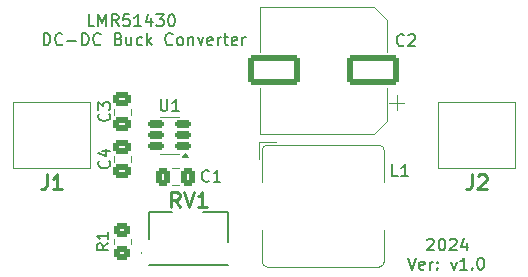
<source format=gto>
G04 #@! TF.GenerationSoftware,KiCad,Pcbnew,8.0.3*
G04 #@! TF.CreationDate,2024-07-15T18:44:28+02:00*
G04 #@! TF.ProjectId,DCDC,44434443-2e6b-4696-9361-645f70636258,rev?*
G04 #@! TF.SameCoordinates,Original*
G04 #@! TF.FileFunction,Legend,Top*
G04 #@! TF.FilePolarity,Positive*
%FSLAX46Y46*%
G04 Gerber Fmt 4.6, Leading zero omitted, Abs format (unit mm)*
G04 Created by KiCad (PCBNEW 8.0.3) date 2024-07-15 18:44:28*
%MOMM*%
%LPD*%
G01*
G04 APERTURE LIST*
G04 Aperture macros list*
%AMRoundRect*
0 Rectangle with rounded corners*
0 $1 Rounding radius*
0 $2 $3 $4 $5 $6 $7 $8 $9 X,Y pos of 4 corners*
0 Add a 4 corners polygon primitive as box body*
4,1,4,$2,$3,$4,$5,$6,$7,$8,$9,$2,$3,0*
0 Add four circle primitives for the rounded corners*
1,1,$1+$1,$2,$3*
1,1,$1+$1,$4,$5*
1,1,$1+$1,$6,$7*
1,1,$1+$1,$8,$9*
0 Add four rect primitives between the rounded corners*
20,1,$1+$1,$2,$3,$4,$5,0*
20,1,$1+$1,$4,$5,$6,$7,0*
20,1,$1+$1,$6,$7,$8,$9,0*
20,1,$1+$1,$8,$9,$2,$3,0*%
G04 Aperture macros list end*
%ADD10C,0.150000*%
%ADD11C,0.254000*%
%ADD12C,0.120000*%
%ADD13C,0.100000*%
%ADD14C,0.200000*%
%ADD15RoundRect,0.150000X0.512500X0.150000X-0.512500X0.150000X-0.512500X-0.150000X0.512500X-0.150000X0*%
%ADD16C,1.400000*%
%ADD17RoundRect,0.250000X0.450000X-0.350000X0.450000X0.350000X-0.450000X0.350000X-0.450000X-0.350000X0*%
%ADD18R,3.550000X3.500000*%
%ADD19R,1.800000X1.800000*%
%ADD20C,1.800000*%
%ADD21RoundRect,0.250000X-0.475000X0.337500X-0.475000X-0.337500X0.475000X-0.337500X0.475000X0.337500X0*%
%ADD22RoundRect,0.250000X0.475000X-0.337500X0.475000X0.337500X-0.475000X0.337500X-0.475000X-0.337500X0*%
%ADD23RoundRect,0.250000X1.950000X1.000000X-1.950000X1.000000X-1.950000X-1.000000X1.950000X-1.000000X0*%
%ADD24RoundRect,0.250000X-0.337500X-0.475000X0.337500X-0.475000X0.337500X0.475000X-0.337500X0.475000X0*%
G04 APERTURE END LIST*
D10*
X121442970Y-125260113D02*
X121490589Y-125212494D01*
X121490589Y-125212494D02*
X121585827Y-125164875D01*
X121585827Y-125164875D02*
X121823922Y-125164875D01*
X121823922Y-125164875D02*
X121919160Y-125212494D01*
X121919160Y-125212494D02*
X121966779Y-125260113D01*
X121966779Y-125260113D02*
X122014398Y-125355351D01*
X122014398Y-125355351D02*
X122014398Y-125450589D01*
X122014398Y-125450589D02*
X121966779Y-125593446D01*
X121966779Y-125593446D02*
X121395351Y-126164875D01*
X121395351Y-126164875D02*
X122014398Y-126164875D01*
X122633446Y-125164875D02*
X122728684Y-125164875D01*
X122728684Y-125164875D02*
X122823922Y-125212494D01*
X122823922Y-125212494D02*
X122871541Y-125260113D01*
X122871541Y-125260113D02*
X122919160Y-125355351D01*
X122919160Y-125355351D02*
X122966779Y-125545827D01*
X122966779Y-125545827D02*
X122966779Y-125783922D01*
X122966779Y-125783922D02*
X122919160Y-125974398D01*
X122919160Y-125974398D02*
X122871541Y-126069636D01*
X122871541Y-126069636D02*
X122823922Y-126117256D01*
X122823922Y-126117256D02*
X122728684Y-126164875D01*
X122728684Y-126164875D02*
X122633446Y-126164875D01*
X122633446Y-126164875D02*
X122538208Y-126117256D01*
X122538208Y-126117256D02*
X122490589Y-126069636D01*
X122490589Y-126069636D02*
X122442970Y-125974398D01*
X122442970Y-125974398D02*
X122395351Y-125783922D01*
X122395351Y-125783922D02*
X122395351Y-125545827D01*
X122395351Y-125545827D02*
X122442970Y-125355351D01*
X122442970Y-125355351D02*
X122490589Y-125260113D01*
X122490589Y-125260113D02*
X122538208Y-125212494D01*
X122538208Y-125212494D02*
X122633446Y-125164875D01*
X123347732Y-125260113D02*
X123395351Y-125212494D01*
X123395351Y-125212494D02*
X123490589Y-125164875D01*
X123490589Y-125164875D02*
X123728684Y-125164875D01*
X123728684Y-125164875D02*
X123823922Y-125212494D01*
X123823922Y-125212494D02*
X123871541Y-125260113D01*
X123871541Y-125260113D02*
X123919160Y-125355351D01*
X123919160Y-125355351D02*
X123919160Y-125450589D01*
X123919160Y-125450589D02*
X123871541Y-125593446D01*
X123871541Y-125593446D02*
X123300113Y-126164875D01*
X123300113Y-126164875D02*
X123919160Y-126164875D01*
X124776303Y-125498208D02*
X124776303Y-126164875D01*
X124538208Y-125117256D02*
X124300113Y-125831541D01*
X124300113Y-125831541D02*
X124919160Y-125831541D01*
X119823922Y-126774819D02*
X120157255Y-127774819D01*
X120157255Y-127774819D02*
X120490588Y-126774819D01*
X121204874Y-127727200D02*
X121109636Y-127774819D01*
X121109636Y-127774819D02*
X120919160Y-127774819D01*
X120919160Y-127774819D02*
X120823922Y-127727200D01*
X120823922Y-127727200D02*
X120776303Y-127631961D01*
X120776303Y-127631961D02*
X120776303Y-127251009D01*
X120776303Y-127251009D02*
X120823922Y-127155771D01*
X120823922Y-127155771D02*
X120919160Y-127108152D01*
X120919160Y-127108152D02*
X121109636Y-127108152D01*
X121109636Y-127108152D02*
X121204874Y-127155771D01*
X121204874Y-127155771D02*
X121252493Y-127251009D01*
X121252493Y-127251009D02*
X121252493Y-127346247D01*
X121252493Y-127346247D02*
X120776303Y-127441485D01*
X121681065Y-127774819D02*
X121681065Y-127108152D01*
X121681065Y-127298628D02*
X121728684Y-127203390D01*
X121728684Y-127203390D02*
X121776303Y-127155771D01*
X121776303Y-127155771D02*
X121871541Y-127108152D01*
X121871541Y-127108152D02*
X121966779Y-127108152D01*
X122300113Y-127679580D02*
X122347732Y-127727200D01*
X122347732Y-127727200D02*
X122300113Y-127774819D01*
X122300113Y-127774819D02*
X122252494Y-127727200D01*
X122252494Y-127727200D02*
X122300113Y-127679580D01*
X122300113Y-127679580D02*
X122300113Y-127774819D01*
X122300113Y-127155771D02*
X122347732Y-127203390D01*
X122347732Y-127203390D02*
X122300113Y-127251009D01*
X122300113Y-127251009D02*
X122252494Y-127203390D01*
X122252494Y-127203390D02*
X122300113Y-127155771D01*
X122300113Y-127155771D02*
X122300113Y-127251009D01*
X123442970Y-127108152D02*
X123681065Y-127774819D01*
X123681065Y-127774819D02*
X123919160Y-127108152D01*
X124823922Y-127774819D02*
X124252494Y-127774819D01*
X124538208Y-127774819D02*
X124538208Y-126774819D01*
X124538208Y-126774819D02*
X124442970Y-126917676D01*
X124442970Y-126917676D02*
X124347732Y-127012914D01*
X124347732Y-127012914D02*
X124252494Y-127060533D01*
X125252494Y-127679580D02*
X125300113Y-127727200D01*
X125300113Y-127727200D02*
X125252494Y-127774819D01*
X125252494Y-127774819D02*
X125204875Y-127727200D01*
X125204875Y-127727200D02*
X125252494Y-127679580D01*
X125252494Y-127679580D02*
X125252494Y-127774819D01*
X125919160Y-126774819D02*
X126014398Y-126774819D01*
X126014398Y-126774819D02*
X126109636Y-126822438D01*
X126109636Y-126822438D02*
X126157255Y-126870057D01*
X126157255Y-126870057D02*
X126204874Y-126965295D01*
X126204874Y-126965295D02*
X126252493Y-127155771D01*
X126252493Y-127155771D02*
X126252493Y-127393866D01*
X126252493Y-127393866D02*
X126204874Y-127584342D01*
X126204874Y-127584342D02*
X126157255Y-127679580D01*
X126157255Y-127679580D02*
X126109636Y-127727200D01*
X126109636Y-127727200D02*
X126014398Y-127774819D01*
X126014398Y-127774819D02*
X125919160Y-127774819D01*
X125919160Y-127774819D02*
X125823922Y-127727200D01*
X125823922Y-127727200D02*
X125776303Y-127679580D01*
X125776303Y-127679580D02*
X125728684Y-127584342D01*
X125728684Y-127584342D02*
X125681065Y-127393866D01*
X125681065Y-127393866D02*
X125681065Y-127155771D01*
X125681065Y-127155771D02*
X125728684Y-126965295D01*
X125728684Y-126965295D02*
X125776303Y-126870057D01*
X125776303Y-126870057D02*
X125823922Y-126822438D01*
X125823922Y-126822438D02*
X125919160Y-126774819D01*
X93252494Y-107164875D02*
X92776304Y-107164875D01*
X92776304Y-107164875D02*
X92776304Y-106164875D01*
X93585828Y-107164875D02*
X93585828Y-106164875D01*
X93585828Y-106164875D02*
X93919161Y-106879160D01*
X93919161Y-106879160D02*
X94252494Y-106164875D01*
X94252494Y-106164875D02*
X94252494Y-107164875D01*
X95300113Y-107164875D02*
X94966780Y-106688684D01*
X94728685Y-107164875D02*
X94728685Y-106164875D01*
X94728685Y-106164875D02*
X95109637Y-106164875D01*
X95109637Y-106164875D02*
X95204875Y-106212494D01*
X95204875Y-106212494D02*
X95252494Y-106260113D01*
X95252494Y-106260113D02*
X95300113Y-106355351D01*
X95300113Y-106355351D02*
X95300113Y-106498208D01*
X95300113Y-106498208D02*
X95252494Y-106593446D01*
X95252494Y-106593446D02*
X95204875Y-106641065D01*
X95204875Y-106641065D02*
X95109637Y-106688684D01*
X95109637Y-106688684D02*
X94728685Y-106688684D01*
X96204875Y-106164875D02*
X95728685Y-106164875D01*
X95728685Y-106164875D02*
X95681066Y-106641065D01*
X95681066Y-106641065D02*
X95728685Y-106593446D01*
X95728685Y-106593446D02*
X95823923Y-106545827D01*
X95823923Y-106545827D02*
X96062018Y-106545827D01*
X96062018Y-106545827D02*
X96157256Y-106593446D01*
X96157256Y-106593446D02*
X96204875Y-106641065D01*
X96204875Y-106641065D02*
X96252494Y-106736303D01*
X96252494Y-106736303D02*
X96252494Y-106974398D01*
X96252494Y-106974398D02*
X96204875Y-107069636D01*
X96204875Y-107069636D02*
X96157256Y-107117256D01*
X96157256Y-107117256D02*
X96062018Y-107164875D01*
X96062018Y-107164875D02*
X95823923Y-107164875D01*
X95823923Y-107164875D02*
X95728685Y-107117256D01*
X95728685Y-107117256D02*
X95681066Y-107069636D01*
X97204875Y-107164875D02*
X96633447Y-107164875D01*
X96919161Y-107164875D02*
X96919161Y-106164875D01*
X96919161Y-106164875D02*
X96823923Y-106307732D01*
X96823923Y-106307732D02*
X96728685Y-106402970D01*
X96728685Y-106402970D02*
X96633447Y-106450589D01*
X98062018Y-106498208D02*
X98062018Y-107164875D01*
X97823923Y-106117256D02*
X97585828Y-106831541D01*
X97585828Y-106831541D02*
X98204875Y-106831541D01*
X98490590Y-106164875D02*
X99109637Y-106164875D01*
X99109637Y-106164875D02*
X98776304Y-106545827D01*
X98776304Y-106545827D02*
X98919161Y-106545827D01*
X98919161Y-106545827D02*
X99014399Y-106593446D01*
X99014399Y-106593446D02*
X99062018Y-106641065D01*
X99062018Y-106641065D02*
X99109637Y-106736303D01*
X99109637Y-106736303D02*
X99109637Y-106974398D01*
X99109637Y-106974398D02*
X99062018Y-107069636D01*
X99062018Y-107069636D02*
X99014399Y-107117256D01*
X99014399Y-107117256D02*
X98919161Y-107164875D01*
X98919161Y-107164875D02*
X98633447Y-107164875D01*
X98633447Y-107164875D02*
X98538209Y-107117256D01*
X98538209Y-107117256D02*
X98490590Y-107069636D01*
X99728685Y-106164875D02*
X99823923Y-106164875D01*
X99823923Y-106164875D02*
X99919161Y-106212494D01*
X99919161Y-106212494D02*
X99966780Y-106260113D01*
X99966780Y-106260113D02*
X100014399Y-106355351D01*
X100014399Y-106355351D02*
X100062018Y-106545827D01*
X100062018Y-106545827D02*
X100062018Y-106783922D01*
X100062018Y-106783922D02*
X100014399Y-106974398D01*
X100014399Y-106974398D02*
X99966780Y-107069636D01*
X99966780Y-107069636D02*
X99919161Y-107117256D01*
X99919161Y-107117256D02*
X99823923Y-107164875D01*
X99823923Y-107164875D02*
X99728685Y-107164875D01*
X99728685Y-107164875D02*
X99633447Y-107117256D01*
X99633447Y-107117256D02*
X99585828Y-107069636D01*
X99585828Y-107069636D02*
X99538209Y-106974398D01*
X99538209Y-106974398D02*
X99490590Y-106783922D01*
X99490590Y-106783922D02*
X99490590Y-106545827D01*
X99490590Y-106545827D02*
X99538209Y-106355351D01*
X99538209Y-106355351D02*
X99585828Y-106260113D01*
X99585828Y-106260113D02*
X99633447Y-106212494D01*
X99633447Y-106212494D02*
X99728685Y-106164875D01*
X88966779Y-108774819D02*
X88966779Y-107774819D01*
X88966779Y-107774819D02*
X89204874Y-107774819D01*
X89204874Y-107774819D02*
X89347731Y-107822438D01*
X89347731Y-107822438D02*
X89442969Y-107917676D01*
X89442969Y-107917676D02*
X89490588Y-108012914D01*
X89490588Y-108012914D02*
X89538207Y-108203390D01*
X89538207Y-108203390D02*
X89538207Y-108346247D01*
X89538207Y-108346247D02*
X89490588Y-108536723D01*
X89490588Y-108536723D02*
X89442969Y-108631961D01*
X89442969Y-108631961D02*
X89347731Y-108727200D01*
X89347731Y-108727200D02*
X89204874Y-108774819D01*
X89204874Y-108774819D02*
X88966779Y-108774819D01*
X90538207Y-108679580D02*
X90490588Y-108727200D01*
X90490588Y-108727200D02*
X90347731Y-108774819D01*
X90347731Y-108774819D02*
X90252493Y-108774819D01*
X90252493Y-108774819D02*
X90109636Y-108727200D01*
X90109636Y-108727200D02*
X90014398Y-108631961D01*
X90014398Y-108631961D02*
X89966779Y-108536723D01*
X89966779Y-108536723D02*
X89919160Y-108346247D01*
X89919160Y-108346247D02*
X89919160Y-108203390D01*
X89919160Y-108203390D02*
X89966779Y-108012914D01*
X89966779Y-108012914D02*
X90014398Y-107917676D01*
X90014398Y-107917676D02*
X90109636Y-107822438D01*
X90109636Y-107822438D02*
X90252493Y-107774819D01*
X90252493Y-107774819D02*
X90347731Y-107774819D01*
X90347731Y-107774819D02*
X90490588Y-107822438D01*
X90490588Y-107822438D02*
X90538207Y-107870057D01*
X90966779Y-108393866D02*
X91728684Y-108393866D01*
X92204874Y-108774819D02*
X92204874Y-107774819D01*
X92204874Y-107774819D02*
X92442969Y-107774819D01*
X92442969Y-107774819D02*
X92585826Y-107822438D01*
X92585826Y-107822438D02*
X92681064Y-107917676D01*
X92681064Y-107917676D02*
X92728683Y-108012914D01*
X92728683Y-108012914D02*
X92776302Y-108203390D01*
X92776302Y-108203390D02*
X92776302Y-108346247D01*
X92776302Y-108346247D02*
X92728683Y-108536723D01*
X92728683Y-108536723D02*
X92681064Y-108631961D01*
X92681064Y-108631961D02*
X92585826Y-108727200D01*
X92585826Y-108727200D02*
X92442969Y-108774819D01*
X92442969Y-108774819D02*
X92204874Y-108774819D01*
X93776302Y-108679580D02*
X93728683Y-108727200D01*
X93728683Y-108727200D02*
X93585826Y-108774819D01*
X93585826Y-108774819D02*
X93490588Y-108774819D01*
X93490588Y-108774819D02*
X93347731Y-108727200D01*
X93347731Y-108727200D02*
X93252493Y-108631961D01*
X93252493Y-108631961D02*
X93204874Y-108536723D01*
X93204874Y-108536723D02*
X93157255Y-108346247D01*
X93157255Y-108346247D02*
X93157255Y-108203390D01*
X93157255Y-108203390D02*
X93204874Y-108012914D01*
X93204874Y-108012914D02*
X93252493Y-107917676D01*
X93252493Y-107917676D02*
X93347731Y-107822438D01*
X93347731Y-107822438D02*
X93490588Y-107774819D01*
X93490588Y-107774819D02*
X93585826Y-107774819D01*
X93585826Y-107774819D02*
X93728683Y-107822438D01*
X93728683Y-107822438D02*
X93776302Y-107870057D01*
X95300112Y-108251009D02*
X95442969Y-108298628D01*
X95442969Y-108298628D02*
X95490588Y-108346247D01*
X95490588Y-108346247D02*
X95538207Y-108441485D01*
X95538207Y-108441485D02*
X95538207Y-108584342D01*
X95538207Y-108584342D02*
X95490588Y-108679580D01*
X95490588Y-108679580D02*
X95442969Y-108727200D01*
X95442969Y-108727200D02*
X95347731Y-108774819D01*
X95347731Y-108774819D02*
X94966779Y-108774819D01*
X94966779Y-108774819D02*
X94966779Y-107774819D01*
X94966779Y-107774819D02*
X95300112Y-107774819D01*
X95300112Y-107774819D02*
X95395350Y-107822438D01*
X95395350Y-107822438D02*
X95442969Y-107870057D01*
X95442969Y-107870057D02*
X95490588Y-107965295D01*
X95490588Y-107965295D02*
X95490588Y-108060533D01*
X95490588Y-108060533D02*
X95442969Y-108155771D01*
X95442969Y-108155771D02*
X95395350Y-108203390D01*
X95395350Y-108203390D02*
X95300112Y-108251009D01*
X95300112Y-108251009D02*
X94966779Y-108251009D01*
X96395350Y-108108152D02*
X96395350Y-108774819D01*
X95966779Y-108108152D02*
X95966779Y-108631961D01*
X95966779Y-108631961D02*
X96014398Y-108727200D01*
X96014398Y-108727200D02*
X96109636Y-108774819D01*
X96109636Y-108774819D02*
X96252493Y-108774819D01*
X96252493Y-108774819D02*
X96347731Y-108727200D01*
X96347731Y-108727200D02*
X96395350Y-108679580D01*
X97300112Y-108727200D02*
X97204874Y-108774819D01*
X97204874Y-108774819D02*
X97014398Y-108774819D01*
X97014398Y-108774819D02*
X96919160Y-108727200D01*
X96919160Y-108727200D02*
X96871541Y-108679580D01*
X96871541Y-108679580D02*
X96823922Y-108584342D01*
X96823922Y-108584342D02*
X96823922Y-108298628D01*
X96823922Y-108298628D02*
X96871541Y-108203390D01*
X96871541Y-108203390D02*
X96919160Y-108155771D01*
X96919160Y-108155771D02*
X97014398Y-108108152D01*
X97014398Y-108108152D02*
X97204874Y-108108152D01*
X97204874Y-108108152D02*
X97300112Y-108155771D01*
X97728684Y-108774819D02*
X97728684Y-107774819D01*
X97823922Y-108393866D02*
X98109636Y-108774819D01*
X98109636Y-108108152D02*
X97728684Y-108489104D01*
X99871541Y-108679580D02*
X99823922Y-108727200D01*
X99823922Y-108727200D02*
X99681065Y-108774819D01*
X99681065Y-108774819D02*
X99585827Y-108774819D01*
X99585827Y-108774819D02*
X99442970Y-108727200D01*
X99442970Y-108727200D02*
X99347732Y-108631961D01*
X99347732Y-108631961D02*
X99300113Y-108536723D01*
X99300113Y-108536723D02*
X99252494Y-108346247D01*
X99252494Y-108346247D02*
X99252494Y-108203390D01*
X99252494Y-108203390D02*
X99300113Y-108012914D01*
X99300113Y-108012914D02*
X99347732Y-107917676D01*
X99347732Y-107917676D02*
X99442970Y-107822438D01*
X99442970Y-107822438D02*
X99585827Y-107774819D01*
X99585827Y-107774819D02*
X99681065Y-107774819D01*
X99681065Y-107774819D02*
X99823922Y-107822438D01*
X99823922Y-107822438D02*
X99871541Y-107870057D01*
X100442970Y-108774819D02*
X100347732Y-108727200D01*
X100347732Y-108727200D02*
X100300113Y-108679580D01*
X100300113Y-108679580D02*
X100252494Y-108584342D01*
X100252494Y-108584342D02*
X100252494Y-108298628D01*
X100252494Y-108298628D02*
X100300113Y-108203390D01*
X100300113Y-108203390D02*
X100347732Y-108155771D01*
X100347732Y-108155771D02*
X100442970Y-108108152D01*
X100442970Y-108108152D02*
X100585827Y-108108152D01*
X100585827Y-108108152D02*
X100681065Y-108155771D01*
X100681065Y-108155771D02*
X100728684Y-108203390D01*
X100728684Y-108203390D02*
X100776303Y-108298628D01*
X100776303Y-108298628D02*
X100776303Y-108584342D01*
X100776303Y-108584342D02*
X100728684Y-108679580D01*
X100728684Y-108679580D02*
X100681065Y-108727200D01*
X100681065Y-108727200D02*
X100585827Y-108774819D01*
X100585827Y-108774819D02*
X100442970Y-108774819D01*
X101204875Y-108108152D02*
X101204875Y-108774819D01*
X101204875Y-108203390D02*
X101252494Y-108155771D01*
X101252494Y-108155771D02*
X101347732Y-108108152D01*
X101347732Y-108108152D02*
X101490589Y-108108152D01*
X101490589Y-108108152D02*
X101585827Y-108155771D01*
X101585827Y-108155771D02*
X101633446Y-108251009D01*
X101633446Y-108251009D02*
X101633446Y-108774819D01*
X102014399Y-108108152D02*
X102252494Y-108774819D01*
X102252494Y-108774819D02*
X102490589Y-108108152D01*
X103252494Y-108727200D02*
X103157256Y-108774819D01*
X103157256Y-108774819D02*
X102966780Y-108774819D01*
X102966780Y-108774819D02*
X102871542Y-108727200D01*
X102871542Y-108727200D02*
X102823923Y-108631961D01*
X102823923Y-108631961D02*
X102823923Y-108251009D01*
X102823923Y-108251009D02*
X102871542Y-108155771D01*
X102871542Y-108155771D02*
X102966780Y-108108152D01*
X102966780Y-108108152D02*
X103157256Y-108108152D01*
X103157256Y-108108152D02*
X103252494Y-108155771D01*
X103252494Y-108155771D02*
X103300113Y-108251009D01*
X103300113Y-108251009D02*
X103300113Y-108346247D01*
X103300113Y-108346247D02*
X102823923Y-108441485D01*
X103728685Y-108774819D02*
X103728685Y-108108152D01*
X103728685Y-108298628D02*
X103776304Y-108203390D01*
X103776304Y-108203390D02*
X103823923Y-108155771D01*
X103823923Y-108155771D02*
X103919161Y-108108152D01*
X103919161Y-108108152D02*
X104014399Y-108108152D01*
X104204876Y-108108152D02*
X104585828Y-108108152D01*
X104347733Y-107774819D02*
X104347733Y-108631961D01*
X104347733Y-108631961D02*
X104395352Y-108727200D01*
X104395352Y-108727200D02*
X104490590Y-108774819D01*
X104490590Y-108774819D02*
X104585828Y-108774819D01*
X105300114Y-108727200D02*
X105204876Y-108774819D01*
X105204876Y-108774819D02*
X105014400Y-108774819D01*
X105014400Y-108774819D02*
X104919162Y-108727200D01*
X104919162Y-108727200D02*
X104871543Y-108631961D01*
X104871543Y-108631961D02*
X104871543Y-108251009D01*
X104871543Y-108251009D02*
X104919162Y-108155771D01*
X104919162Y-108155771D02*
X105014400Y-108108152D01*
X105014400Y-108108152D02*
X105204876Y-108108152D01*
X105204876Y-108108152D02*
X105300114Y-108155771D01*
X105300114Y-108155771D02*
X105347733Y-108251009D01*
X105347733Y-108251009D02*
X105347733Y-108346247D01*
X105347733Y-108346247D02*
X104871543Y-108441485D01*
X105776305Y-108774819D02*
X105776305Y-108108152D01*
X105776305Y-108298628D02*
X105823924Y-108203390D01*
X105823924Y-108203390D02*
X105871543Y-108155771D01*
X105871543Y-108155771D02*
X105966781Y-108108152D01*
X105966781Y-108108152D02*
X106062019Y-108108152D01*
X98868095Y-113359819D02*
X98868095Y-114169342D01*
X98868095Y-114169342D02*
X98915714Y-114264580D01*
X98915714Y-114264580D02*
X98963333Y-114312200D01*
X98963333Y-114312200D02*
X99058571Y-114359819D01*
X99058571Y-114359819D02*
X99249047Y-114359819D01*
X99249047Y-114359819D02*
X99344285Y-114312200D01*
X99344285Y-114312200D02*
X99391904Y-114264580D01*
X99391904Y-114264580D02*
X99439523Y-114169342D01*
X99439523Y-114169342D02*
X99439523Y-113359819D01*
X100439523Y-114359819D02*
X99868095Y-114359819D01*
X100153809Y-114359819D02*
X100153809Y-113359819D01*
X100153809Y-113359819D02*
X100058571Y-113502676D01*
X100058571Y-113502676D02*
X99963333Y-113597914D01*
X99963333Y-113597914D02*
X99868095Y-113645533D01*
D11*
X100469048Y-122479318D02*
X100045714Y-121874556D01*
X99743333Y-122479318D02*
X99743333Y-121209318D01*
X99743333Y-121209318D02*
X100227143Y-121209318D01*
X100227143Y-121209318D02*
X100348095Y-121269794D01*
X100348095Y-121269794D02*
X100408572Y-121330270D01*
X100408572Y-121330270D02*
X100469048Y-121451222D01*
X100469048Y-121451222D02*
X100469048Y-121632651D01*
X100469048Y-121632651D02*
X100408572Y-121753603D01*
X100408572Y-121753603D02*
X100348095Y-121814080D01*
X100348095Y-121814080D02*
X100227143Y-121874556D01*
X100227143Y-121874556D02*
X99743333Y-121874556D01*
X100831905Y-121209318D02*
X101255238Y-122479318D01*
X101255238Y-122479318D02*
X101678572Y-121209318D01*
X102767143Y-122479318D02*
X102041428Y-122479318D01*
X102404285Y-122479318D02*
X102404285Y-121209318D01*
X102404285Y-121209318D02*
X102283333Y-121390746D01*
X102283333Y-121390746D02*
X102162381Y-121511699D01*
X102162381Y-121511699D02*
X102041428Y-121572175D01*
D10*
X94434819Y-125571666D02*
X93958628Y-125904999D01*
X94434819Y-126143094D02*
X93434819Y-126143094D01*
X93434819Y-126143094D02*
X93434819Y-125762142D01*
X93434819Y-125762142D02*
X93482438Y-125666904D01*
X93482438Y-125666904D02*
X93530057Y-125619285D01*
X93530057Y-125619285D02*
X93625295Y-125571666D01*
X93625295Y-125571666D02*
X93768152Y-125571666D01*
X93768152Y-125571666D02*
X93863390Y-125619285D01*
X93863390Y-125619285D02*
X93911009Y-125666904D01*
X93911009Y-125666904D02*
X93958628Y-125762142D01*
X93958628Y-125762142D02*
X93958628Y-126143094D01*
X94434819Y-124619285D02*
X94434819Y-125190713D01*
X94434819Y-124904999D02*
X93434819Y-124904999D01*
X93434819Y-124904999D02*
X93577676Y-125000237D01*
X93577676Y-125000237D02*
X93672914Y-125095475D01*
X93672914Y-125095475D02*
X93720533Y-125190713D01*
X118963333Y-119859819D02*
X118487143Y-119859819D01*
X118487143Y-119859819D02*
X118487143Y-118859819D01*
X119820476Y-119859819D02*
X119249048Y-119859819D01*
X119534762Y-119859819D02*
X119534762Y-118859819D01*
X119534762Y-118859819D02*
X119439524Y-119002676D01*
X119439524Y-119002676D02*
X119344286Y-119097914D01*
X119344286Y-119097914D02*
X119249048Y-119145533D01*
D11*
X125206667Y-119709318D02*
X125206667Y-120616461D01*
X125206667Y-120616461D02*
X125146190Y-120797889D01*
X125146190Y-120797889D02*
X125025238Y-120918842D01*
X125025238Y-120918842D02*
X124843809Y-120979318D01*
X124843809Y-120979318D02*
X124722857Y-120979318D01*
X125750952Y-119830270D02*
X125811428Y-119769794D01*
X125811428Y-119769794D02*
X125932381Y-119709318D01*
X125932381Y-119709318D02*
X126234762Y-119709318D01*
X126234762Y-119709318D02*
X126355714Y-119769794D01*
X126355714Y-119769794D02*
X126416190Y-119830270D01*
X126416190Y-119830270D02*
X126476667Y-119951222D01*
X126476667Y-119951222D02*
X126476667Y-120072175D01*
X126476667Y-120072175D02*
X126416190Y-120253603D01*
X126416190Y-120253603D02*
X125690476Y-120979318D01*
X125690476Y-120979318D02*
X126476667Y-120979318D01*
X89206667Y-119709318D02*
X89206667Y-120616461D01*
X89206667Y-120616461D02*
X89146190Y-120797889D01*
X89146190Y-120797889D02*
X89025238Y-120918842D01*
X89025238Y-120918842D02*
X88843809Y-120979318D01*
X88843809Y-120979318D02*
X88722857Y-120979318D01*
X90476667Y-120979318D02*
X89750952Y-120979318D01*
X90113809Y-120979318D02*
X90113809Y-119709318D01*
X90113809Y-119709318D02*
X89992857Y-119890746D01*
X89992857Y-119890746D02*
X89871905Y-120011699D01*
X89871905Y-120011699D02*
X89750952Y-120072175D01*
D10*
X94489580Y-118571666D02*
X94537200Y-118619285D01*
X94537200Y-118619285D02*
X94584819Y-118762142D01*
X94584819Y-118762142D02*
X94584819Y-118857380D01*
X94584819Y-118857380D02*
X94537200Y-119000237D01*
X94537200Y-119000237D02*
X94441961Y-119095475D01*
X94441961Y-119095475D02*
X94346723Y-119143094D01*
X94346723Y-119143094D02*
X94156247Y-119190713D01*
X94156247Y-119190713D02*
X94013390Y-119190713D01*
X94013390Y-119190713D02*
X93822914Y-119143094D01*
X93822914Y-119143094D02*
X93727676Y-119095475D01*
X93727676Y-119095475D02*
X93632438Y-119000237D01*
X93632438Y-119000237D02*
X93584819Y-118857380D01*
X93584819Y-118857380D02*
X93584819Y-118762142D01*
X93584819Y-118762142D02*
X93632438Y-118619285D01*
X93632438Y-118619285D02*
X93680057Y-118571666D01*
X93918152Y-117714523D02*
X94584819Y-117714523D01*
X93537200Y-117952618D02*
X94251485Y-118190713D01*
X94251485Y-118190713D02*
X94251485Y-117571666D01*
X94489580Y-114571666D02*
X94537200Y-114619285D01*
X94537200Y-114619285D02*
X94584819Y-114762142D01*
X94584819Y-114762142D02*
X94584819Y-114857380D01*
X94584819Y-114857380D02*
X94537200Y-115000237D01*
X94537200Y-115000237D02*
X94441961Y-115095475D01*
X94441961Y-115095475D02*
X94346723Y-115143094D01*
X94346723Y-115143094D02*
X94156247Y-115190713D01*
X94156247Y-115190713D02*
X94013390Y-115190713D01*
X94013390Y-115190713D02*
X93822914Y-115143094D01*
X93822914Y-115143094D02*
X93727676Y-115095475D01*
X93727676Y-115095475D02*
X93632438Y-115000237D01*
X93632438Y-115000237D02*
X93584819Y-114857380D01*
X93584819Y-114857380D02*
X93584819Y-114762142D01*
X93584819Y-114762142D02*
X93632438Y-114619285D01*
X93632438Y-114619285D02*
X93680057Y-114571666D01*
X93584819Y-114238332D02*
X93584819Y-113619285D01*
X93584819Y-113619285D02*
X93965771Y-113952618D01*
X93965771Y-113952618D02*
X93965771Y-113809761D01*
X93965771Y-113809761D02*
X94013390Y-113714523D01*
X94013390Y-113714523D02*
X94061009Y-113666904D01*
X94061009Y-113666904D02*
X94156247Y-113619285D01*
X94156247Y-113619285D02*
X94394342Y-113619285D01*
X94394342Y-113619285D02*
X94489580Y-113666904D01*
X94489580Y-113666904D02*
X94537200Y-113714523D01*
X94537200Y-113714523D02*
X94584819Y-113809761D01*
X94584819Y-113809761D02*
X94584819Y-114095475D01*
X94584819Y-114095475D02*
X94537200Y-114190713D01*
X94537200Y-114190713D02*
X94489580Y-114238332D01*
X119463333Y-108764580D02*
X119415714Y-108812200D01*
X119415714Y-108812200D02*
X119272857Y-108859819D01*
X119272857Y-108859819D02*
X119177619Y-108859819D01*
X119177619Y-108859819D02*
X119034762Y-108812200D01*
X119034762Y-108812200D02*
X118939524Y-108716961D01*
X118939524Y-108716961D02*
X118891905Y-108621723D01*
X118891905Y-108621723D02*
X118844286Y-108431247D01*
X118844286Y-108431247D02*
X118844286Y-108288390D01*
X118844286Y-108288390D02*
X118891905Y-108097914D01*
X118891905Y-108097914D02*
X118939524Y-108002676D01*
X118939524Y-108002676D02*
X119034762Y-107907438D01*
X119034762Y-107907438D02*
X119177619Y-107859819D01*
X119177619Y-107859819D02*
X119272857Y-107859819D01*
X119272857Y-107859819D02*
X119415714Y-107907438D01*
X119415714Y-107907438D02*
X119463333Y-107955057D01*
X119844286Y-107955057D02*
X119891905Y-107907438D01*
X119891905Y-107907438D02*
X119987143Y-107859819D01*
X119987143Y-107859819D02*
X120225238Y-107859819D01*
X120225238Y-107859819D02*
X120320476Y-107907438D01*
X120320476Y-107907438D02*
X120368095Y-107955057D01*
X120368095Y-107955057D02*
X120415714Y-108050295D01*
X120415714Y-108050295D02*
X120415714Y-108145533D01*
X120415714Y-108145533D02*
X120368095Y-108288390D01*
X120368095Y-108288390D02*
X119796667Y-108859819D01*
X119796667Y-108859819D02*
X120415714Y-108859819D01*
X102963333Y-120264580D02*
X102915714Y-120312200D01*
X102915714Y-120312200D02*
X102772857Y-120359819D01*
X102772857Y-120359819D02*
X102677619Y-120359819D01*
X102677619Y-120359819D02*
X102534762Y-120312200D01*
X102534762Y-120312200D02*
X102439524Y-120216961D01*
X102439524Y-120216961D02*
X102391905Y-120121723D01*
X102391905Y-120121723D02*
X102344286Y-119931247D01*
X102344286Y-119931247D02*
X102344286Y-119788390D01*
X102344286Y-119788390D02*
X102391905Y-119597914D01*
X102391905Y-119597914D02*
X102439524Y-119502676D01*
X102439524Y-119502676D02*
X102534762Y-119407438D01*
X102534762Y-119407438D02*
X102677619Y-119359819D01*
X102677619Y-119359819D02*
X102772857Y-119359819D01*
X102772857Y-119359819D02*
X102915714Y-119407438D01*
X102915714Y-119407438D02*
X102963333Y-119455057D01*
X103915714Y-120359819D02*
X103344286Y-120359819D01*
X103630000Y-120359819D02*
X103630000Y-119359819D01*
X103630000Y-119359819D02*
X103534762Y-119502676D01*
X103534762Y-119502676D02*
X103439524Y-119597914D01*
X103439524Y-119597914D02*
X103344286Y-119645533D01*
D12*
X99630000Y-117965000D02*
X100430000Y-117965000D01*
X99630000Y-117965000D02*
X98830000Y-117965000D01*
X99630000Y-114845000D02*
X100430000Y-114845000D01*
X99630000Y-114845000D02*
X98830000Y-114845000D01*
X101170000Y-118245000D02*
X100690000Y-118245000D01*
X100930000Y-117915000D01*
X101170000Y-118245000D01*
G36*
X101170000Y-118245000D02*
G01*
X100690000Y-118245000D01*
X100930000Y-117915000D01*
X101170000Y-118245000D01*
G37*
D13*
X97230000Y-126405000D02*
G75*
G02*
X97230000Y-126305000I0J50000D01*
G01*
X97230000Y-126305000D02*
G75*
G02*
X97230000Y-126405000I0J-50000D01*
G01*
X97230000Y-126305000D02*
X97230000Y-126305000D01*
X97230000Y-126405000D02*
X97230000Y-126405000D01*
D14*
X97870000Y-122925000D02*
X99830000Y-122925000D01*
X97870000Y-125205000D02*
X97870000Y-122925000D01*
X104580000Y-122925000D02*
X102430000Y-122925000D01*
X104580000Y-125405000D02*
X104580000Y-122925000D01*
X97870000Y-127425000D02*
X104580000Y-127425000D01*
D12*
X96365000Y-125632064D02*
X96365000Y-125177936D01*
X94895000Y-125632064D02*
X94895000Y-125177936D01*
X107230000Y-117005000D02*
X107230000Y-118405000D01*
X107230000Y-117005000D02*
X108630000Y-117005000D01*
X107480000Y-117655000D02*
X107480000Y-120405000D01*
X107480000Y-124405000D02*
X107480000Y-127155000D01*
X107880000Y-117255000D02*
X117380000Y-117255000D01*
X117380000Y-127555000D02*
X107880000Y-127555000D01*
X117780000Y-117655000D02*
X117780000Y-120405000D01*
X117780000Y-124405000D02*
X117780000Y-127155000D01*
X107480000Y-117655000D02*
G75*
G02*
X107880000Y-117255000I399999J1D01*
G01*
X107880000Y-127555000D02*
G75*
G02*
X107480000Y-127155000I-1J399999D01*
G01*
X117380000Y-117255000D02*
G75*
G02*
X117780000Y-117655000I0J-400000D01*
G01*
X117780000Y-127155000D02*
G75*
G02*
X117380000Y-127555000I-400000J0D01*
G01*
D13*
X122380000Y-119175000D02*
X122380000Y-113635000D01*
X122380000Y-113635000D02*
X128880000Y-113635000D01*
X128880000Y-113635000D02*
X128880000Y-119175000D01*
X128880000Y-119175000D02*
X122380000Y-119175000D01*
X92880000Y-113635000D02*
X92880000Y-119175000D01*
X92880000Y-119175000D02*
X86380000Y-119175000D01*
X86380000Y-119175000D02*
X86380000Y-113635000D01*
X86380000Y-113635000D02*
X92880000Y-113635000D01*
D12*
X96365000Y-118143748D02*
X96365000Y-118666252D01*
X94895000Y-118143748D02*
X94895000Y-118666252D01*
X94895000Y-114666252D02*
X94895000Y-114143748D01*
X96365000Y-114666252D02*
X96365000Y-114143748D01*
X119480000Y-113665000D02*
X118230000Y-113665000D01*
X118855000Y-114290000D02*
X118855000Y-113040000D01*
X117990000Y-115200563D02*
X117990000Y-112415000D01*
X117990000Y-115200563D02*
X116925563Y-116265000D01*
X117990000Y-106609437D02*
X117990000Y-109395000D01*
X117990000Y-106609437D02*
X116925563Y-105545000D01*
X116925563Y-116265000D02*
X107270000Y-116265000D01*
X116925563Y-105545000D02*
X107270000Y-105545000D01*
X107270000Y-116265000D02*
X107270000Y-112415000D01*
X107270000Y-105545000D02*
X107270000Y-109395000D01*
X99868748Y-119170000D02*
X100391252Y-119170000D01*
X99868748Y-120640000D02*
X100391252Y-120640000D01*
%LPC*%
D15*
X100767500Y-117355000D03*
X100767500Y-116405000D03*
X100767500Y-115455000D03*
X98492500Y-115455000D03*
X98492500Y-116405000D03*
X98492500Y-117355000D03*
D16*
X103630000Y-126405000D03*
X101130000Y-123905000D03*
X98630000Y-126405000D03*
D17*
X95630000Y-124405000D03*
X95630000Y-126405000D03*
D18*
X108155000Y-122405000D03*
X117105000Y-122405000D03*
D19*
X125630000Y-117675000D03*
D20*
X125630000Y-115135000D03*
D19*
X89630000Y-115135000D03*
D20*
X89630000Y-117675000D03*
D21*
X95630000Y-117367500D03*
X95630000Y-119442500D03*
D22*
X95630000Y-115442500D03*
X95630000Y-113367500D03*
D23*
X116830000Y-110905000D03*
X108430000Y-110905000D03*
D24*
X99092500Y-119905000D03*
X101167500Y-119905000D03*
%LPD*%
M02*

</source>
